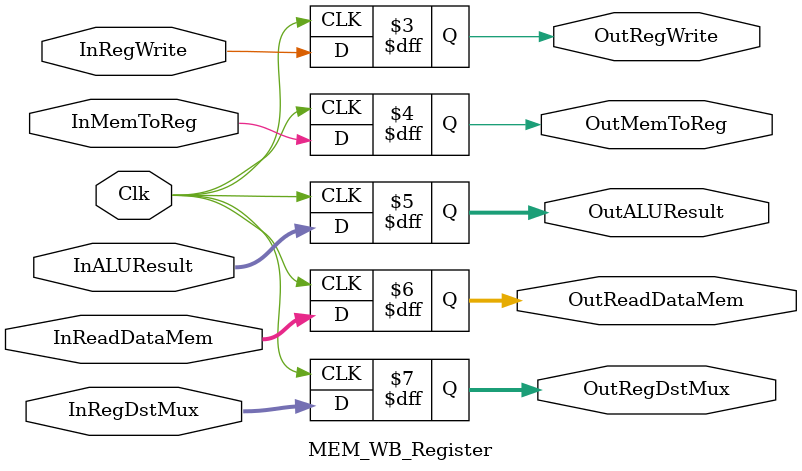
<source format=v>
`timescale 1ns / 1ps


module MEM_WB_Register(Clk,
                       InRegWrite, OutRegWrite, InMemToReg, OutMemToReg,
                       InReadDataMem, OutReadDataMem,
                       InALUResult, OutALUResult,
                       InRegDstMux, OutRegDstMux);
    input Clk, InRegWrite, InMemToReg;
    input [31:0] InALUResult, InReadDataMem;
    input [4:0] InRegDstMux;

    output reg  OutRegWrite, OutMemToReg;
    output reg [31:0] OutALUResult, OutReadDataMem;
    output reg [4:0] OutRegDstMux;

    initial begin
        OutRegWrite <= 0;
        OutMemToReg <= 0;
        OutALUResult <= 0;
        OutReadDataMem <= 0;
        OutRegDstMux <= 0;
    end

    always @(posedge Clk) begin
        OutRegWrite <= InRegWrite;
        OutMemToReg <= InMemToReg;
        OutALUResult <= InALUResult;
        OutReadDataMem <= InReadDataMem;
        OutRegDstMux <= InRegDstMux; 
    end
endmodule
</source>
